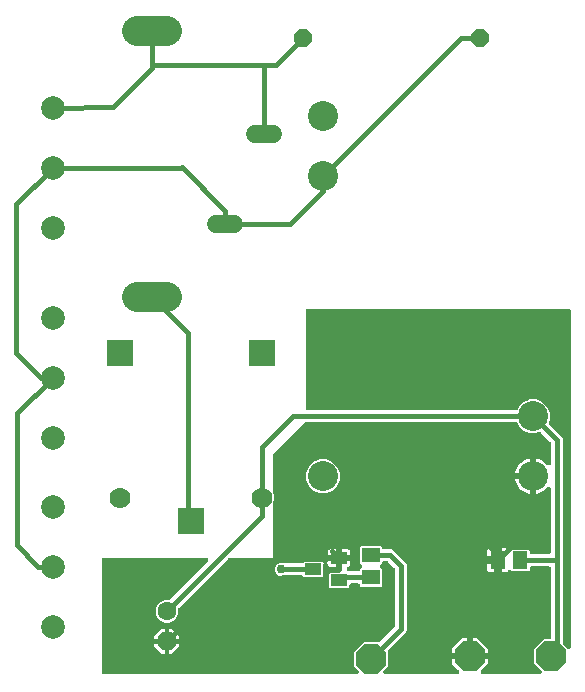
<source format=gbr>
G04 EAGLE Gerber RS-274X export*
G75*
%MOMM*%
%FSLAX34Y34*%
%LPD*%
%INTop Copper*%
%IPPOS*%
%AMOC8*
5,1,8,0,0,1.08239X$1,22.5*%
G01*
%ADD10P,1.649562X8X202.500000*%
%ADD11C,2.000000*%
%ADD12C,2.540000*%
%ADD13C,1.524000*%
%ADD14C,2.540000*%
%ADD15R,2.184400X2.184400*%
%ADD16C,1.778000*%
%ADD17R,1.400000X1.000000*%
%ADD18R,1.500000X1.300000*%
%ADD19P,2.749271X8X22.500000*%
%ADD20P,1.732040X8X292.500000*%
%ADD21C,1.600200*%
%ADD22R,1.300000X1.500000*%
%ADD23C,0.406400*%
%ADD24C,0.304800*%
%ADD25C,0.756400*%

G36*
X300107Y10162D02*
X300107Y10162D01*
X300116Y10161D01*
X300308Y10182D01*
X300499Y10201D01*
X300508Y10203D01*
X300517Y10204D01*
X300699Y10262D01*
X300884Y10319D01*
X300892Y10323D01*
X300901Y10326D01*
X301069Y10419D01*
X301238Y10511D01*
X301245Y10516D01*
X301253Y10521D01*
X301400Y10645D01*
X301547Y10768D01*
X301553Y10775D01*
X301560Y10781D01*
X301679Y10932D01*
X301800Y11082D01*
X301804Y11090D01*
X301809Y11097D01*
X301897Y11270D01*
X301985Y11439D01*
X301988Y11448D01*
X301992Y11456D01*
X302044Y11642D01*
X302097Y11826D01*
X302097Y11835D01*
X302100Y11844D01*
X302114Y12037D01*
X302130Y12228D01*
X302129Y12236D01*
X302129Y12245D01*
X302105Y12438D01*
X302083Y12627D01*
X302080Y12636D01*
X302079Y12645D01*
X302017Y12828D01*
X301958Y13010D01*
X301953Y13018D01*
X301951Y13026D01*
X301854Y13193D01*
X301760Y13361D01*
X301754Y13368D01*
X301750Y13375D01*
X301535Y13628D01*
X298195Y16968D01*
X298195Y28752D01*
X306528Y37085D01*
X318618Y37085D01*
X318645Y37087D01*
X318671Y37085D01*
X318845Y37107D01*
X319019Y37125D01*
X319044Y37132D01*
X319071Y37136D01*
X319237Y37191D01*
X319404Y37243D01*
X319427Y37256D01*
X319453Y37264D01*
X319604Y37351D01*
X319758Y37435D01*
X319778Y37452D01*
X319801Y37465D01*
X320054Y37680D01*
X332144Y49770D01*
X332161Y49790D01*
X332182Y49808D01*
X332289Y49946D01*
X332399Y50081D01*
X332412Y50105D01*
X332428Y50126D01*
X332506Y50283D01*
X332588Y50437D01*
X332596Y50462D01*
X332608Y50486D01*
X332653Y50656D01*
X332703Y50823D01*
X332705Y50849D01*
X332712Y50875D01*
X332739Y51206D01*
X332739Y98654D01*
X332737Y98681D01*
X332739Y98707D01*
X332717Y98881D01*
X332699Y99055D01*
X332692Y99080D01*
X332688Y99107D01*
X332633Y99272D01*
X332581Y99440D01*
X332568Y99463D01*
X332560Y99489D01*
X332473Y99640D01*
X332389Y99794D01*
X332372Y99814D01*
X332359Y99837D01*
X332144Y100090D01*
X326810Y105424D01*
X326790Y105441D01*
X326772Y105462D01*
X326634Y105569D01*
X326499Y105679D01*
X326475Y105692D01*
X326454Y105708D01*
X326298Y105786D01*
X326143Y105868D01*
X326118Y105876D01*
X326094Y105888D01*
X325924Y105933D01*
X325757Y105983D01*
X325731Y105985D01*
X325705Y105992D01*
X325374Y106019D01*
X323476Y106019D01*
X323458Y106017D01*
X323440Y106019D01*
X323258Y105998D01*
X323075Y105979D01*
X323058Y105974D01*
X323041Y105972D01*
X322866Y105915D01*
X322690Y105861D01*
X322675Y105853D01*
X322658Y105847D01*
X322498Y105757D01*
X322336Y105669D01*
X322323Y105658D01*
X322307Y105649D01*
X322168Y105529D01*
X322027Y105412D01*
X322016Y105398D01*
X322002Y105386D01*
X321890Y105241D01*
X321775Y105098D01*
X321767Y105082D01*
X321756Y105068D01*
X321674Y104903D01*
X321589Y104741D01*
X321584Y104724D01*
X321576Y104708D01*
X321529Y104529D01*
X321478Y104354D01*
X321476Y104336D01*
X321472Y104319D01*
X321445Y103988D01*
X321445Y103968D01*
X320513Y103036D01*
X320501Y103022D01*
X320488Y103011D01*
X320374Y102867D01*
X320258Y102725D01*
X320249Y102709D01*
X320238Y102695D01*
X320155Y102531D01*
X320069Y102369D01*
X320064Y102352D01*
X320056Y102336D01*
X320006Y102159D01*
X319954Y101983D01*
X319953Y101965D01*
X319948Y101948D01*
X319934Y101765D01*
X319918Y101582D01*
X319920Y101564D01*
X319918Y101547D01*
X319941Y101365D01*
X319961Y101182D01*
X319967Y101165D01*
X319969Y101147D01*
X320027Y100973D01*
X320083Y100798D01*
X320091Y100782D01*
X320097Y100766D01*
X320189Y100607D01*
X320277Y100446D01*
X320289Y100432D01*
X320298Y100417D01*
X320513Y100164D01*
X321445Y99232D01*
X321445Y84968D01*
X320552Y84075D01*
X304288Y84075D01*
X303395Y84968D01*
X303395Y84988D01*
X303393Y85006D01*
X303395Y85024D01*
X303374Y85206D01*
X303355Y85389D01*
X303350Y85406D01*
X303348Y85423D01*
X303291Y85598D01*
X303237Y85774D01*
X303229Y85789D01*
X303223Y85806D01*
X303133Y85966D01*
X303045Y86128D01*
X303034Y86141D01*
X303025Y86157D01*
X302905Y86296D01*
X302788Y86437D01*
X302774Y86448D01*
X302762Y86462D01*
X302617Y86574D01*
X302474Y86689D01*
X302458Y86697D01*
X302444Y86708D01*
X302279Y86790D01*
X302117Y86875D01*
X302100Y86880D01*
X302084Y86888D01*
X301905Y86935D01*
X301730Y86986D01*
X301712Y86988D01*
X301695Y86992D01*
X301364Y87019D01*
X295876Y87019D01*
X295858Y87017D01*
X295840Y87019D01*
X295658Y86998D01*
X295475Y86979D01*
X295458Y86974D01*
X295441Y86972D01*
X295266Y86915D01*
X295090Y86861D01*
X295075Y86853D01*
X295058Y86847D01*
X294898Y86757D01*
X294736Y86669D01*
X294723Y86658D01*
X294707Y86649D01*
X294568Y86529D01*
X294427Y86412D01*
X294416Y86398D01*
X294402Y86386D01*
X294290Y86241D01*
X294175Y86098D01*
X294167Y86082D01*
X294156Y86068D01*
X294074Y85903D01*
X293989Y85741D01*
X293984Y85724D01*
X293976Y85708D01*
X293929Y85529D01*
X293878Y85354D01*
X293876Y85336D01*
X293872Y85319D01*
X293845Y84988D01*
X293845Y83928D01*
X292952Y83035D01*
X277688Y83035D01*
X276795Y83928D01*
X276795Y95192D01*
X277688Y96085D01*
X283818Y96085D01*
X283845Y96087D01*
X283871Y96085D01*
X284045Y96107D01*
X284219Y96125D01*
X284244Y96132D01*
X284271Y96136D01*
X284437Y96191D01*
X284604Y96243D01*
X284627Y96256D01*
X284653Y96264D01*
X284694Y96288D01*
X286682Y97111D01*
X286686Y97113D01*
X286690Y97115D01*
X286862Y97208D01*
X287037Y97302D01*
X287040Y97304D01*
X287044Y97307D01*
X287193Y97431D01*
X287347Y97558D01*
X287350Y97561D01*
X287353Y97564D01*
X287476Y97717D01*
X287601Y97871D01*
X287603Y97875D01*
X287606Y97878D01*
X287696Y98052D01*
X287788Y98227D01*
X287789Y98231D01*
X287791Y98235D01*
X287845Y98422D01*
X287901Y98614D01*
X287901Y98618D01*
X287903Y98622D01*
X287919Y98820D01*
X287936Y99015D01*
X287935Y99019D01*
X287936Y99024D01*
X287912Y99221D01*
X287891Y99415D01*
X287889Y99419D01*
X287889Y99423D01*
X287827Y99612D01*
X287819Y99637D01*
X287819Y106061D01*
X294861Y106061D01*
X294861Y103225D01*
X294688Y102579D01*
X294353Y102000D01*
X293880Y101527D01*
X293301Y101192D01*
X293232Y101174D01*
X293104Y101126D01*
X292972Y101085D01*
X292916Y101055D01*
X292855Y101032D01*
X292739Y100959D01*
X292618Y100893D01*
X292569Y100852D01*
X292514Y100818D01*
X292414Y100724D01*
X292309Y100636D01*
X292269Y100586D01*
X292222Y100541D01*
X292143Y100429D01*
X292057Y100322D01*
X292027Y100265D01*
X291990Y100212D01*
X291934Y100087D01*
X291871Y99965D01*
X291853Y99903D01*
X291827Y99844D01*
X291798Y99710D01*
X291760Y99578D01*
X291754Y99513D01*
X291741Y99451D01*
X291738Y99314D01*
X291727Y99176D01*
X291734Y99112D01*
X291733Y99048D01*
X291758Y98913D01*
X291774Y98777D01*
X291794Y98715D01*
X291805Y98652D01*
X291856Y98525D01*
X291899Y98394D01*
X291930Y98338D01*
X291954Y98278D01*
X292029Y98163D01*
X292096Y98043D01*
X292139Y97995D01*
X292174Y97941D01*
X292270Y97842D01*
X292360Y97738D01*
X292410Y97699D01*
X292456Y97653D01*
X292569Y97576D01*
X292678Y97492D01*
X292735Y97463D01*
X292789Y97427D01*
X292915Y97374D01*
X293038Y97312D01*
X293100Y97296D01*
X293160Y97271D01*
X293294Y97244D01*
X293427Y97208D01*
X293501Y97202D01*
X293554Y97191D01*
X293634Y97191D01*
X293758Y97181D01*
X301364Y97181D01*
X301382Y97183D01*
X301400Y97181D01*
X301582Y97202D01*
X301765Y97221D01*
X301782Y97226D01*
X301799Y97228D01*
X301974Y97285D01*
X302150Y97339D01*
X302165Y97347D01*
X302182Y97353D01*
X302342Y97443D01*
X302504Y97531D01*
X302517Y97542D01*
X302533Y97551D01*
X302672Y97671D01*
X302813Y97788D01*
X302824Y97802D01*
X302838Y97814D01*
X302950Y97959D01*
X303065Y98102D01*
X303073Y98118D01*
X303084Y98132D01*
X303166Y98297D01*
X303251Y98459D01*
X303256Y98476D01*
X303264Y98492D01*
X303311Y98671D01*
X303362Y98846D01*
X303364Y98864D01*
X303368Y98881D01*
X303395Y99212D01*
X303395Y99232D01*
X304327Y100164D01*
X304339Y100177D01*
X304352Y100189D01*
X304467Y100334D01*
X304582Y100475D01*
X304591Y100491D01*
X304602Y100505D01*
X304685Y100669D01*
X304771Y100831D01*
X304776Y100848D01*
X304784Y100864D01*
X304834Y101041D01*
X304886Y101217D01*
X304887Y101235D01*
X304892Y101252D01*
X304906Y101435D01*
X304922Y101618D01*
X304920Y101636D01*
X304922Y101653D01*
X304899Y101835D01*
X304879Y102018D01*
X304873Y102035D01*
X304871Y102053D01*
X304813Y102226D01*
X304757Y102402D01*
X304749Y102418D01*
X304743Y102434D01*
X304652Y102593D01*
X304563Y102754D01*
X304551Y102768D01*
X304542Y102783D01*
X304327Y103036D01*
X303395Y103968D01*
X303395Y118232D01*
X304288Y119125D01*
X320552Y119125D01*
X321445Y118232D01*
X321445Y118212D01*
X321447Y118194D01*
X321445Y118176D01*
X321466Y117994D01*
X321485Y117811D01*
X321490Y117794D01*
X321492Y117777D01*
X321549Y117602D01*
X321603Y117426D01*
X321611Y117411D01*
X321617Y117394D01*
X321707Y117234D01*
X321795Y117072D01*
X321806Y117059D01*
X321815Y117043D01*
X321935Y116904D01*
X322052Y116763D01*
X322066Y116752D01*
X322078Y116738D01*
X322223Y116626D01*
X322366Y116511D01*
X322382Y116503D01*
X322396Y116492D01*
X322561Y116410D01*
X322723Y116325D01*
X322740Y116320D01*
X322756Y116312D01*
X322935Y116265D01*
X323110Y116214D01*
X323128Y116212D01*
X323145Y116208D01*
X323476Y116181D01*
X329331Y116181D01*
X331198Y115407D01*
X332913Y113692D01*
X342127Y104478D01*
X342901Y102611D01*
X342901Y47249D01*
X342127Y45382D01*
X327240Y30494D01*
X327223Y30474D01*
X327202Y30456D01*
X327095Y30318D01*
X326985Y30183D01*
X326972Y30159D01*
X326956Y30138D01*
X326878Y29981D01*
X326796Y29827D01*
X326788Y29802D01*
X326776Y29778D01*
X326731Y29608D01*
X326681Y29441D01*
X326679Y29415D01*
X326672Y29389D01*
X326645Y29058D01*
X326645Y16968D01*
X323305Y13628D01*
X323299Y13621D01*
X323293Y13616D01*
X323172Y13466D01*
X323050Y13317D01*
X323046Y13309D01*
X323040Y13302D01*
X322952Y13132D01*
X322861Y12961D01*
X322859Y12952D01*
X322855Y12945D01*
X322802Y12760D01*
X322747Y12575D01*
X322746Y12566D01*
X322743Y12558D01*
X322728Y12367D01*
X322710Y12174D01*
X322711Y12165D01*
X322710Y12156D01*
X322733Y11967D01*
X322754Y11774D01*
X322756Y11765D01*
X322757Y11757D01*
X322817Y11575D01*
X322875Y11390D01*
X322879Y11382D01*
X322882Y11374D01*
X322977Y11205D01*
X323070Y11038D01*
X323076Y11031D01*
X323080Y11023D01*
X323206Y10877D01*
X323330Y10731D01*
X323337Y10725D01*
X323343Y10718D01*
X323495Y10601D01*
X323646Y10481D01*
X323654Y10477D01*
X323661Y10472D01*
X323833Y10386D01*
X324005Y10299D01*
X324014Y10296D01*
X324022Y10292D01*
X324208Y10242D01*
X324393Y10191D01*
X324402Y10190D01*
X324411Y10188D01*
X324741Y10161D01*
X385022Y10161D01*
X385031Y10162D01*
X385040Y10161D01*
X385231Y10182D01*
X385422Y10201D01*
X385431Y10203D01*
X385440Y10204D01*
X385622Y10262D01*
X385807Y10319D01*
X385815Y10323D01*
X385824Y10326D01*
X385992Y10419D01*
X386161Y10511D01*
X386168Y10516D01*
X386176Y10521D01*
X386323Y10645D01*
X386471Y10768D01*
X386476Y10775D01*
X386483Y10781D01*
X386602Y10932D01*
X386723Y11082D01*
X386727Y11090D01*
X386733Y11097D01*
X386820Y11270D01*
X386908Y11439D01*
X386911Y11448D01*
X386915Y11456D01*
X386967Y11642D01*
X387020Y11826D01*
X387021Y11835D01*
X387023Y11844D01*
X387037Y12037D01*
X387053Y12228D01*
X387052Y12236D01*
X387052Y12245D01*
X387028Y12438D01*
X387006Y12627D01*
X387003Y12636D01*
X387002Y12645D01*
X386941Y12828D01*
X386881Y13010D01*
X386877Y13018D01*
X386874Y13026D01*
X386778Y13193D01*
X386683Y13361D01*
X386677Y13368D01*
X386673Y13375D01*
X386458Y13628D01*
X380999Y19087D01*
X380999Y22861D01*
X395732Y22861D01*
X395750Y22862D01*
X395767Y22861D01*
X395950Y22882D01*
X396132Y22901D01*
X396149Y22906D01*
X396167Y22908D01*
X396245Y22933D01*
X396382Y22894D01*
X396400Y22892D01*
X396417Y22888D01*
X396748Y22861D01*
X411481Y22861D01*
X411481Y19087D01*
X406022Y13628D01*
X406016Y13621D01*
X406009Y13616D01*
X405889Y13466D01*
X405767Y13317D01*
X405763Y13309D01*
X405757Y13302D01*
X405669Y13132D01*
X405578Y12961D01*
X405576Y12952D01*
X405572Y12945D01*
X405518Y12760D01*
X405463Y12575D01*
X405463Y12566D01*
X405460Y12558D01*
X405445Y12366D01*
X405427Y12174D01*
X405428Y12165D01*
X405427Y12156D01*
X405449Y11967D01*
X405470Y11774D01*
X405473Y11765D01*
X405474Y11757D01*
X405534Y11575D01*
X405592Y11390D01*
X405596Y11382D01*
X405599Y11374D01*
X405694Y11205D01*
X405787Y11038D01*
X405793Y11031D01*
X405797Y11023D01*
X405923Y10877D01*
X406047Y10731D01*
X406054Y10725D01*
X406060Y10718D01*
X406212Y10601D01*
X406363Y10481D01*
X406371Y10477D01*
X406378Y10472D01*
X406550Y10386D01*
X406722Y10299D01*
X406731Y10296D01*
X406739Y10292D01*
X406925Y10242D01*
X407110Y10191D01*
X407119Y10190D01*
X407128Y10188D01*
X407458Y10161D01*
X455039Y10161D01*
X455047Y10162D01*
X455056Y10161D01*
X455250Y10182D01*
X455439Y10201D01*
X455448Y10203D01*
X455457Y10204D01*
X455641Y10262D01*
X455824Y10319D01*
X455832Y10323D01*
X455841Y10326D01*
X456009Y10419D01*
X456178Y10511D01*
X456185Y10516D01*
X456193Y10521D01*
X456340Y10645D01*
X456487Y10768D01*
X456493Y10775D01*
X456500Y10781D01*
X456619Y10932D01*
X456740Y11082D01*
X456744Y11090D01*
X456749Y11097D01*
X456837Y11270D01*
X456925Y11439D01*
X456928Y11448D01*
X456932Y11456D01*
X456984Y11642D01*
X457037Y11826D01*
X457037Y11835D01*
X457040Y11844D01*
X457054Y12037D01*
X457070Y12228D01*
X457069Y12236D01*
X457069Y12245D01*
X457045Y12438D01*
X457023Y12627D01*
X457020Y12636D01*
X457019Y12645D01*
X456957Y12828D01*
X456898Y13010D01*
X456893Y13018D01*
X456891Y13026D01*
X456794Y13193D01*
X456700Y13361D01*
X456694Y13368D01*
X456690Y13375D01*
X456475Y13628D01*
X450595Y19508D01*
X450595Y31292D01*
X458928Y39625D01*
X462788Y39625D01*
X462806Y39627D01*
X462824Y39625D01*
X463006Y39646D01*
X463189Y39665D01*
X463206Y39670D01*
X463223Y39672D01*
X463398Y39729D01*
X463574Y39783D01*
X463589Y39791D01*
X463606Y39797D01*
X463766Y39887D01*
X463928Y39975D01*
X463941Y39986D01*
X463957Y39995D01*
X464096Y40115D01*
X464237Y40232D01*
X464248Y40246D01*
X464262Y40258D01*
X464374Y40403D01*
X464489Y40546D01*
X464497Y40562D01*
X464508Y40576D01*
X464590Y40741D01*
X464675Y40903D01*
X464680Y40920D01*
X464688Y40936D01*
X464735Y41115D01*
X464786Y41290D01*
X464788Y41308D01*
X464792Y41325D01*
X464819Y41656D01*
X464819Y99568D01*
X464817Y99586D01*
X464819Y99604D01*
X464798Y99786D01*
X464779Y99969D01*
X464774Y99986D01*
X464772Y100003D01*
X464715Y100178D01*
X464661Y100354D01*
X464653Y100369D01*
X464647Y100386D01*
X464557Y100546D01*
X464469Y100708D01*
X464458Y100721D01*
X464449Y100737D01*
X464329Y100876D01*
X464212Y101017D01*
X464198Y101028D01*
X464186Y101042D01*
X464041Y101154D01*
X463898Y101269D01*
X463882Y101277D01*
X463868Y101288D01*
X463703Y101370D01*
X463541Y101455D01*
X463524Y101460D01*
X463508Y101468D01*
X463329Y101515D01*
X463154Y101566D01*
X463136Y101568D01*
X463119Y101572D01*
X462788Y101599D01*
X448816Y101599D01*
X448798Y101597D01*
X448780Y101599D01*
X448598Y101578D01*
X448415Y101559D01*
X448398Y101554D01*
X448381Y101552D01*
X448206Y101495D01*
X448030Y101441D01*
X448015Y101433D01*
X447998Y101427D01*
X447838Y101337D01*
X447676Y101249D01*
X447663Y101238D01*
X447647Y101229D01*
X447508Y101109D01*
X447367Y100992D01*
X447356Y100978D01*
X447342Y100966D01*
X447230Y100821D01*
X447115Y100678D01*
X447107Y100662D01*
X447096Y100648D01*
X447014Y100483D01*
X446929Y100321D01*
X446924Y100304D01*
X446916Y100288D01*
X446869Y100109D01*
X446818Y99934D01*
X446816Y99916D01*
X446812Y99899D01*
X446785Y99568D01*
X446785Y98548D01*
X445892Y97655D01*
X431628Y97655D01*
X431399Y97885D01*
X431335Y97937D01*
X431278Y97996D01*
X431180Y98064D01*
X431087Y98140D01*
X431015Y98179D01*
X430947Y98225D01*
X430837Y98273D01*
X430731Y98329D01*
X430653Y98352D01*
X430577Y98385D01*
X430460Y98409D01*
X430346Y98443D01*
X430263Y98451D01*
X430183Y98468D01*
X430064Y98469D01*
X429945Y98480D01*
X429863Y98471D01*
X429780Y98472D01*
X429663Y98449D01*
X429544Y98436D01*
X429466Y98412D01*
X429385Y98396D01*
X429274Y98351D01*
X429160Y98315D01*
X429088Y98275D01*
X429012Y98244D01*
X428913Y98178D01*
X428808Y98120D01*
X428745Y98067D01*
X428677Y98021D01*
X428592Y97937D01*
X428501Y97860D01*
X428450Y97795D01*
X428392Y97737D01*
X428351Y97678D01*
X427820Y97147D01*
X427241Y96812D01*
X426595Y96639D01*
X423009Y96639D01*
X423009Y105462D01*
X423007Y105480D01*
X423009Y105497D01*
X422988Y105680D01*
X422969Y105862D01*
X422964Y105879D01*
X422962Y105897D01*
X422905Y106072D01*
X422851Y106247D01*
X422843Y106263D01*
X422837Y106280D01*
X422747Y106440D01*
X422659Y106601D01*
X422648Y106615D01*
X422639Y106631D01*
X422594Y106683D01*
X422679Y106788D01*
X422687Y106804D01*
X422698Y106818D01*
X422780Y106983D01*
X422865Y107146D01*
X422870Y107163D01*
X422878Y107179D01*
X422925Y107357D01*
X422976Y107532D01*
X422978Y107550D01*
X422982Y107567D01*
X423009Y107898D01*
X423009Y116721D01*
X426595Y116721D01*
X427241Y116548D01*
X427820Y116213D01*
X428371Y115662D01*
X428438Y115569D01*
X428498Y115513D01*
X428551Y115450D01*
X428645Y115376D01*
X428733Y115295D01*
X428803Y115252D01*
X428867Y115200D01*
X428974Y115146D01*
X429076Y115084D01*
X429153Y115055D01*
X429226Y115018D01*
X429342Y114986D01*
X429453Y114945D01*
X429535Y114932D01*
X429614Y114910D01*
X429733Y114901D01*
X429851Y114883D01*
X429934Y114887D01*
X430016Y114881D01*
X430134Y114896D01*
X430254Y114901D01*
X430333Y114921D01*
X430415Y114931D01*
X430528Y114969D01*
X430644Y114998D01*
X430719Y115033D01*
X430797Y115059D01*
X430900Y115119D01*
X431008Y115170D01*
X431074Y115219D01*
X431146Y115260D01*
X431262Y115359D01*
X431331Y115411D01*
X431358Y115441D01*
X431399Y115475D01*
X431628Y115705D01*
X445892Y115705D01*
X446785Y114812D01*
X446785Y113792D01*
X446787Y113774D01*
X446785Y113756D01*
X446806Y113574D01*
X446825Y113391D01*
X446830Y113374D01*
X446832Y113357D01*
X446889Y113182D01*
X446943Y113006D01*
X446951Y112991D01*
X446957Y112974D01*
X447047Y112814D01*
X447135Y112652D01*
X447146Y112639D01*
X447155Y112623D01*
X447275Y112484D01*
X447392Y112343D01*
X447406Y112332D01*
X447418Y112318D01*
X447563Y112206D01*
X447706Y112091D01*
X447722Y112083D01*
X447736Y112072D01*
X447901Y111990D01*
X448063Y111905D01*
X448080Y111900D01*
X448096Y111892D01*
X448275Y111845D01*
X448450Y111794D01*
X448468Y111792D01*
X448485Y111788D01*
X448816Y111761D01*
X462788Y111761D01*
X462806Y111763D01*
X462824Y111761D01*
X463006Y111782D01*
X463189Y111801D01*
X463206Y111806D01*
X463223Y111808D01*
X463398Y111865D01*
X463574Y111919D01*
X463589Y111927D01*
X463606Y111933D01*
X463766Y112023D01*
X463928Y112111D01*
X463941Y112122D01*
X463957Y112131D01*
X464096Y112251D01*
X464237Y112368D01*
X464248Y112382D01*
X464262Y112394D01*
X464374Y112539D01*
X464489Y112682D01*
X464497Y112698D01*
X464508Y112712D01*
X464590Y112877D01*
X464675Y113039D01*
X464680Y113056D01*
X464688Y113072D01*
X464735Y113251D01*
X464786Y113426D01*
X464788Y113444D01*
X464792Y113461D01*
X464819Y113792D01*
X464819Y166641D01*
X464805Y166782D01*
X464799Y166924D01*
X464785Y166982D01*
X464779Y167041D01*
X464738Y167177D01*
X464704Y167315D01*
X464679Y167369D01*
X464661Y167426D01*
X464594Y167551D01*
X464534Y167679D01*
X464498Y167728D01*
X464469Y167780D01*
X464379Y167889D01*
X464294Y168003D01*
X464250Y168043D01*
X464212Y168090D01*
X464101Y168178D01*
X463996Y168274D01*
X463945Y168304D01*
X463898Y168342D01*
X463772Y168407D01*
X463650Y168480D01*
X463594Y168500D01*
X463541Y168527D01*
X463404Y168567D01*
X463271Y168614D01*
X463211Y168622D01*
X463154Y168639D01*
X463012Y168650D01*
X462872Y168670D01*
X462812Y168667D01*
X462752Y168672D01*
X462611Y168655D01*
X462470Y168647D01*
X462412Y168632D01*
X462353Y168625D01*
X462218Y168581D01*
X462081Y168545D01*
X462027Y168518D01*
X461970Y168500D01*
X461846Y168430D01*
X461719Y168368D01*
X461671Y168331D01*
X461619Y168302D01*
X461512Y168209D01*
X461399Y168123D01*
X461353Y168072D01*
X461315Y168039D01*
X461264Y167974D01*
X461176Y167877D01*
X461063Y167729D01*
X459651Y166317D01*
X458065Y165101D01*
X456335Y164102D01*
X454490Y163337D01*
X452560Y162820D01*
X452079Y162757D01*
X452079Y177332D01*
X452077Y177350D01*
X452079Y177367D01*
X452058Y177548D01*
X452039Y177732D01*
X452034Y177749D01*
X452032Y177767D01*
X452019Y177808D01*
X452046Y177902D01*
X452048Y177920D01*
X452052Y177937D01*
X452079Y178268D01*
X452079Y192843D01*
X452560Y192780D01*
X454490Y192263D01*
X456335Y191498D01*
X458065Y190499D01*
X459651Y189283D01*
X461063Y187871D01*
X461176Y187723D01*
X461274Y187619D01*
X461364Y187510D01*
X461411Y187473D01*
X461452Y187429D01*
X461568Y187347D01*
X461678Y187258D01*
X461731Y187231D01*
X461780Y187196D01*
X461910Y187138D01*
X462035Y187073D01*
X462093Y187056D01*
X462148Y187032D01*
X462286Y187000D01*
X462422Y186961D01*
X462482Y186956D01*
X462540Y186943D01*
X462682Y186940D01*
X462824Y186928D01*
X462883Y186935D01*
X462943Y186934D01*
X463083Y186959D01*
X463223Y186975D01*
X463280Y186994D01*
X463339Y187004D01*
X463471Y187056D01*
X463606Y187100D01*
X463658Y187130D01*
X463714Y187151D01*
X463833Y187228D01*
X463957Y187298D01*
X464002Y187337D01*
X464052Y187370D01*
X464154Y187468D01*
X464262Y187561D01*
X464298Y187608D01*
X464341Y187650D01*
X464421Y187767D01*
X464508Y187879D01*
X464535Y187933D01*
X464569Y187982D01*
X464624Y188113D01*
X464688Y188240D01*
X464703Y188298D01*
X464727Y188353D01*
X464755Y188491D01*
X464792Y188629D01*
X464798Y188697D01*
X464808Y188747D01*
X464809Y188829D01*
X464819Y188959D01*
X464819Y205334D01*
X464817Y205361D01*
X464819Y205387D01*
X464797Y205561D01*
X464779Y205735D01*
X464772Y205760D01*
X464768Y205787D01*
X464713Y205953D01*
X464661Y206120D01*
X464648Y206143D01*
X464640Y206169D01*
X464553Y206320D01*
X464469Y206474D01*
X464452Y206494D01*
X464439Y206517D01*
X464224Y206770D01*
X456346Y214649D01*
X456329Y214663D01*
X456314Y214680D01*
X456173Y214790D01*
X456035Y214904D01*
X456015Y214914D01*
X455997Y214928D01*
X455837Y215009D01*
X455679Y215092D01*
X455658Y215099D01*
X455638Y215109D01*
X455465Y215156D01*
X455293Y215207D01*
X455271Y215209D01*
X455249Y215215D01*
X455070Y215227D01*
X454892Y215244D01*
X454870Y215241D01*
X454848Y215243D01*
X454670Y215219D01*
X454492Y215200D01*
X454470Y215193D01*
X454448Y215190D01*
X454132Y215089D01*
X452409Y214375D01*
X446750Y214375D01*
X441522Y216541D01*
X437521Y220542D01*
X436807Y222265D01*
X436797Y222285D01*
X436790Y222306D01*
X436702Y222462D01*
X436617Y222620D01*
X436603Y222637D01*
X436592Y222657D01*
X436475Y222792D01*
X436361Y222931D01*
X436343Y222945D01*
X436329Y222962D01*
X436187Y223071D01*
X436048Y223184D01*
X436028Y223195D01*
X436011Y223208D01*
X435850Y223288D01*
X435691Y223371D01*
X435670Y223378D01*
X435650Y223388D01*
X435476Y223434D01*
X435305Y223484D01*
X435283Y223486D01*
X435261Y223492D01*
X434931Y223519D01*
X257048Y223519D01*
X257021Y223517D01*
X256995Y223519D01*
X256821Y223497D01*
X256647Y223479D01*
X256622Y223472D01*
X256595Y223468D01*
X256430Y223413D01*
X256262Y223361D01*
X256239Y223348D01*
X256214Y223340D01*
X256062Y223253D01*
X255908Y223169D01*
X255888Y223152D01*
X255865Y223139D01*
X255612Y222924D01*
X229704Y197016D01*
X229687Y196996D01*
X229667Y196978D01*
X229559Y196840D01*
X229449Y196705D01*
X229436Y196681D01*
X229420Y196660D01*
X229342Y196503D01*
X229260Y196349D01*
X229252Y196324D01*
X229240Y196300D01*
X229195Y196130D01*
X229145Y195963D01*
X229143Y195937D01*
X229136Y195911D01*
X229109Y195580D01*
X229109Y165497D01*
X229112Y165466D01*
X229110Y165435D01*
X229132Y165265D01*
X229149Y165096D01*
X229158Y165066D01*
X229162Y165035D01*
X229263Y164720D01*
X230435Y161892D01*
X230435Y157748D01*
X229263Y154920D01*
X229254Y154891D01*
X229240Y154863D01*
X229196Y154698D01*
X229147Y154535D01*
X229144Y154504D01*
X229136Y154474D01*
X229109Y154143D01*
X229109Y108711D01*
X192938Y108711D01*
X192911Y108709D01*
X192885Y108711D01*
X192711Y108689D01*
X192537Y108671D01*
X192512Y108664D01*
X192485Y108660D01*
X192319Y108605D01*
X192152Y108553D01*
X192129Y108540D01*
X192103Y108532D01*
X191952Y108445D01*
X191798Y108361D01*
X191778Y108344D01*
X191755Y108331D01*
X191502Y108116D01*
X149821Y66435D01*
X149817Y66431D01*
X149814Y66428D01*
X149800Y66412D01*
X149783Y66397D01*
X149676Y66259D01*
X149566Y66124D01*
X149553Y66100D01*
X149537Y66079D01*
X149459Y65922D01*
X149377Y65768D01*
X149369Y65743D01*
X149357Y65719D01*
X149312Y65549D01*
X149262Y65382D01*
X149260Y65356D01*
X149253Y65330D01*
X149226Y64999D01*
X149226Y61605D01*
X147776Y58104D01*
X145096Y55424D01*
X143323Y54690D01*
X141595Y53974D01*
X137805Y53974D01*
X134304Y55424D01*
X131624Y58104D01*
X130174Y61605D01*
X130174Y65395D01*
X131624Y68896D01*
X134304Y71576D01*
X137805Y73026D01*
X141199Y73026D01*
X141226Y73028D01*
X141252Y73026D01*
X141426Y73048D01*
X141600Y73066D01*
X141625Y73073D01*
X141652Y73077D01*
X141818Y73132D01*
X141985Y73184D01*
X142008Y73197D01*
X142034Y73205D01*
X142185Y73292D01*
X142339Y73376D01*
X142359Y73393D01*
X142382Y73406D01*
X142635Y73621D01*
X174258Y105244D01*
X174264Y105251D01*
X174271Y105256D01*
X174391Y105406D01*
X174514Y105555D01*
X174518Y105563D01*
X174523Y105570D01*
X174612Y105741D01*
X174702Y105911D01*
X174705Y105919D01*
X174709Y105927D01*
X174762Y106113D01*
X174817Y106297D01*
X174818Y106306D01*
X174820Y106314D01*
X174836Y106506D01*
X174853Y106698D01*
X174852Y106707D01*
X174853Y106716D01*
X174831Y106905D01*
X174810Y107098D01*
X174807Y107107D01*
X174806Y107115D01*
X174747Y107297D01*
X174688Y107482D01*
X174684Y107490D01*
X174681Y107498D01*
X174586Y107667D01*
X174494Y107834D01*
X174488Y107841D01*
X174483Y107849D01*
X174357Y107995D01*
X174233Y108141D01*
X174226Y108147D01*
X174220Y108154D01*
X174069Y108271D01*
X173917Y108391D01*
X173909Y108395D01*
X173902Y108400D01*
X173730Y108486D01*
X173558Y108573D01*
X173550Y108576D01*
X173542Y108580D01*
X173355Y108630D01*
X173170Y108681D01*
X173161Y108682D01*
X173153Y108684D01*
X172822Y108711D01*
X86360Y108711D01*
X86342Y108709D01*
X86324Y108711D01*
X86142Y108690D01*
X85959Y108671D01*
X85942Y108666D01*
X85925Y108664D01*
X85750Y108607D01*
X85574Y108553D01*
X85559Y108545D01*
X85542Y108539D01*
X85382Y108449D01*
X85220Y108361D01*
X85207Y108350D01*
X85191Y108341D01*
X85052Y108221D01*
X84911Y108104D01*
X84900Y108090D01*
X84887Y108078D01*
X84774Y107933D01*
X84659Y107790D01*
X84651Y107774D01*
X84640Y107760D01*
X84558Y107595D01*
X84473Y107433D01*
X84468Y107416D01*
X84460Y107400D01*
X84413Y107221D01*
X84362Y107046D01*
X84360Y107028D01*
X84356Y107011D01*
X84329Y106680D01*
X84329Y12192D01*
X84331Y12174D01*
X84329Y12156D01*
X84350Y11974D01*
X84369Y11791D01*
X84374Y11774D01*
X84376Y11757D01*
X84433Y11582D01*
X84487Y11406D01*
X84495Y11391D01*
X84501Y11374D01*
X84591Y11214D01*
X84679Y11052D01*
X84690Y11039D01*
X84699Y11023D01*
X84819Y10884D01*
X84936Y10743D01*
X84950Y10732D01*
X84962Y10718D01*
X85107Y10606D01*
X85250Y10491D01*
X85266Y10483D01*
X85280Y10472D01*
X85445Y10390D01*
X85607Y10305D01*
X85624Y10300D01*
X85641Y10292D01*
X85819Y10245D01*
X85994Y10194D01*
X86012Y10192D01*
X86029Y10188D01*
X86360Y10161D01*
X300099Y10161D01*
X300107Y10162D01*
G37*
G36*
X479835Y31371D02*
X479835Y31371D01*
X479844Y31370D01*
X480033Y31393D01*
X480226Y31414D01*
X480235Y31416D01*
X480243Y31417D01*
X480425Y31477D01*
X480610Y31535D01*
X480618Y31539D01*
X480626Y31542D01*
X480795Y31637D01*
X480962Y31730D01*
X480969Y31736D01*
X480977Y31740D01*
X481123Y31866D01*
X481269Y31990D01*
X481275Y31997D01*
X481282Y32003D01*
X481399Y32155D01*
X481519Y32306D01*
X481523Y32314D01*
X481528Y32321D01*
X481614Y32493D01*
X481701Y32665D01*
X481704Y32674D01*
X481708Y32682D01*
X481758Y32868D01*
X481809Y33053D01*
X481810Y33062D01*
X481812Y33071D01*
X481839Y33401D01*
X481839Y317500D01*
X481837Y317518D01*
X481839Y317536D01*
X481818Y317718D01*
X481799Y317901D01*
X481794Y317918D01*
X481792Y317935D01*
X481735Y318110D01*
X481681Y318286D01*
X481673Y318301D01*
X481667Y318318D01*
X481577Y318478D01*
X481489Y318640D01*
X481478Y318653D01*
X481469Y318669D01*
X481349Y318808D01*
X481232Y318949D01*
X481218Y318960D01*
X481206Y318974D01*
X481061Y319086D01*
X480918Y319201D01*
X480902Y319209D01*
X480888Y319220D01*
X480723Y319302D01*
X480561Y319387D01*
X480544Y319392D01*
X480528Y319400D01*
X480349Y319447D01*
X480174Y319498D01*
X480156Y319500D01*
X480139Y319504D01*
X479808Y319531D01*
X259080Y319531D01*
X259062Y319529D01*
X259044Y319531D01*
X258862Y319510D01*
X258679Y319491D01*
X258662Y319486D01*
X258645Y319484D01*
X258470Y319427D01*
X258294Y319373D01*
X258279Y319365D01*
X258262Y319359D01*
X258102Y319269D01*
X257940Y319181D01*
X257927Y319170D01*
X257911Y319161D01*
X257772Y319041D01*
X257631Y318924D01*
X257620Y318910D01*
X257607Y318898D01*
X257494Y318753D01*
X257379Y318610D01*
X257371Y318594D01*
X257360Y318580D01*
X257278Y318415D01*
X257193Y318253D01*
X257188Y318236D01*
X257180Y318220D01*
X257133Y318041D01*
X257082Y317866D01*
X257080Y317848D01*
X257076Y317831D01*
X257049Y317500D01*
X257049Y235712D01*
X257051Y235694D01*
X257049Y235676D01*
X257070Y235494D01*
X257089Y235311D01*
X257094Y235294D01*
X257096Y235277D01*
X257153Y235102D01*
X257207Y234926D01*
X257215Y234911D01*
X257221Y234894D01*
X257311Y234734D01*
X257399Y234572D01*
X257410Y234559D01*
X257419Y234543D01*
X257539Y234404D01*
X257656Y234263D01*
X257670Y234252D01*
X257682Y234238D01*
X257827Y234126D01*
X257970Y234011D01*
X257986Y234003D01*
X258000Y233992D01*
X258165Y233910D01*
X258327Y233825D01*
X258344Y233820D01*
X258361Y233812D01*
X258539Y233765D01*
X258714Y233714D01*
X258732Y233712D01*
X258749Y233708D01*
X259080Y233681D01*
X434931Y233681D01*
X434953Y233683D01*
X434975Y233681D01*
X435152Y233703D01*
X435331Y233721D01*
X435353Y233727D01*
X435375Y233730D01*
X435544Y233786D01*
X435716Y233839D01*
X435736Y233849D01*
X435757Y233856D01*
X435912Y233945D01*
X436070Y234031D01*
X436087Y234045D01*
X436107Y234056D01*
X436242Y234174D01*
X436379Y234288D01*
X436393Y234306D01*
X436410Y234320D01*
X436519Y234462D01*
X436632Y234602D01*
X436642Y234622D01*
X436656Y234640D01*
X436807Y234935D01*
X437521Y236658D01*
X441522Y240659D01*
X444473Y241881D01*
X446750Y242825D01*
X452410Y242825D01*
X457638Y240659D01*
X461639Y236658D01*
X463805Y231430D01*
X463805Y225771D01*
X463091Y224048D01*
X463085Y224026D01*
X463074Y224006D01*
X463026Y223834D01*
X462975Y223662D01*
X462972Y223640D01*
X462966Y223618D01*
X462953Y223439D01*
X462936Y223261D01*
X462939Y223239D01*
X462937Y223217D01*
X462960Y223038D01*
X462978Y222861D01*
X462985Y222840D01*
X462988Y222817D01*
X463045Y222647D01*
X463098Y222476D01*
X463109Y222457D01*
X463116Y222436D01*
X463205Y222280D01*
X463291Y222123D01*
X463305Y222106D01*
X463317Y222087D01*
X463531Y221834D01*
X474207Y211158D01*
X474981Y209291D01*
X474981Y36197D01*
X474983Y36171D01*
X474981Y36144D01*
X475003Y35970D01*
X475021Y35797D01*
X475028Y35771D01*
X475032Y35745D01*
X475087Y35579D01*
X475139Y35412D01*
X475152Y35388D01*
X475160Y35363D01*
X475247Y35211D01*
X475331Y35058D01*
X475348Y35037D01*
X475361Y35014D01*
X475576Y34761D01*
X478372Y31965D01*
X478379Y31959D01*
X478384Y31953D01*
X478534Y31832D01*
X478683Y31710D01*
X478691Y31706D01*
X478698Y31700D01*
X478869Y31611D01*
X479039Y31521D01*
X479047Y31519D01*
X479055Y31515D01*
X479241Y31461D01*
X479425Y31407D01*
X479434Y31406D01*
X479442Y31403D01*
X479634Y31388D01*
X479826Y31370D01*
X479835Y31371D01*
G37*
%LPC*%
G36*
X268950Y163575D02*
X268950Y163575D01*
X263722Y165741D01*
X259721Y169742D01*
X257555Y174970D01*
X257555Y180630D01*
X259721Y185858D01*
X263722Y189859D01*
X268950Y192025D01*
X274610Y192025D01*
X279838Y189859D01*
X283839Y185858D01*
X286005Y180630D01*
X286005Y174970D01*
X283839Y169742D01*
X279838Y165741D01*
X274610Y163575D01*
X268950Y163575D01*
G37*
%LPD*%
%LPC*%
G36*
X255688Y92535D02*
X255688Y92535D01*
X254839Y93384D01*
X254819Y93401D01*
X254801Y93422D01*
X254663Y93529D01*
X254528Y93639D01*
X254504Y93652D01*
X254483Y93668D01*
X254326Y93746D01*
X254172Y93828D01*
X254147Y93836D01*
X254123Y93848D01*
X253953Y93893D01*
X253786Y93943D01*
X253760Y93945D01*
X253734Y93952D01*
X253403Y93979D01*
X238225Y93979D01*
X238194Y93976D01*
X238163Y93978D01*
X237994Y93956D01*
X237825Y93939D01*
X237795Y93930D01*
X237764Y93926D01*
X237448Y93825D01*
X237276Y93753D01*
X235164Y93753D01*
X233214Y94561D01*
X231721Y96054D01*
X230913Y98004D01*
X230913Y100116D01*
X231721Y102066D01*
X233214Y103559D01*
X233690Y103756D01*
X233691Y103756D01*
X235164Y104367D01*
X237276Y104367D01*
X237448Y104295D01*
X237478Y104286D01*
X237506Y104272D01*
X237671Y104228D01*
X237833Y104179D01*
X237864Y104176D01*
X237895Y104168D01*
X238225Y104141D01*
X253403Y104141D01*
X253430Y104143D01*
X253456Y104141D01*
X253630Y104163D01*
X253804Y104181D01*
X253829Y104188D01*
X253856Y104192D01*
X254021Y104247D01*
X254189Y104299D01*
X254212Y104312D01*
X254237Y104320D01*
X254389Y104407D01*
X254543Y104491D01*
X254563Y104508D01*
X254586Y104521D01*
X254839Y104736D01*
X255688Y105585D01*
X270952Y105585D01*
X272312Y104225D01*
X272319Y104219D01*
X272324Y104212D01*
X272474Y104092D01*
X272560Y104021D01*
X272506Y103968D01*
X272402Y103879D01*
X272363Y103828D01*
X272317Y103783D01*
X272240Y103669D01*
X272156Y103561D01*
X272127Y103503D01*
X272091Y103450D01*
X272038Y103323D01*
X271976Y103200D01*
X271960Y103138D01*
X271935Y103079D01*
X271908Y102944D01*
X271872Y102811D01*
X271866Y102738D01*
X271855Y102684D01*
X271855Y102604D01*
X271845Y102481D01*
X271845Y93428D01*
X270952Y92535D01*
X255688Y92535D01*
G37*
%LPD*%
%LPC*%
G36*
X398779Y27939D02*
X398779Y27939D01*
X398779Y40641D01*
X402553Y40641D01*
X411481Y31713D01*
X411481Y27939D01*
X398779Y27939D01*
G37*
%LPD*%
%LPC*%
G36*
X380999Y27939D02*
X380999Y27939D01*
X380999Y31713D01*
X389927Y40641D01*
X393701Y40641D01*
X393701Y27939D01*
X380999Y27939D01*
G37*
%LPD*%
%LPC*%
G36*
X434537Y180299D02*
X434537Y180299D01*
X434600Y180780D01*
X435117Y182710D01*
X435882Y184555D01*
X436881Y186285D01*
X438097Y187871D01*
X439509Y189283D01*
X441095Y190499D01*
X442825Y191498D01*
X444670Y192263D01*
X446600Y192780D01*
X447081Y192843D01*
X447081Y180299D01*
X434537Y180299D01*
G37*
%LPD*%
%LPC*%
G36*
X446600Y162820D02*
X446600Y162820D01*
X444670Y163337D01*
X442825Y164102D01*
X441095Y165101D01*
X439509Y166317D01*
X438097Y167729D01*
X436881Y169315D01*
X435882Y171045D01*
X435117Y172890D01*
X434600Y174820D01*
X434537Y175301D01*
X447081Y175301D01*
X447081Y162757D01*
X446600Y162820D01*
G37*
%LPD*%
%LPC*%
G36*
X141731Y40131D02*
X141731Y40131D01*
X141731Y48642D01*
X144067Y48642D01*
X150242Y42467D01*
X150242Y40131D01*
X141731Y40131D01*
G37*
%LPD*%
%LPC*%
G36*
X129158Y40131D02*
X129158Y40131D01*
X129158Y42467D01*
X135333Y48642D01*
X137669Y48642D01*
X137669Y40131D01*
X129158Y40131D01*
G37*
%LPD*%
%LPC*%
G36*
X141731Y27558D02*
X141731Y27558D01*
X141731Y36069D01*
X150242Y36069D01*
X150242Y33733D01*
X144067Y27558D01*
X141731Y27558D01*
G37*
%LPD*%
%LPC*%
G36*
X135333Y27558D02*
X135333Y27558D01*
X129158Y33733D01*
X129158Y36069D01*
X137669Y36069D01*
X137669Y27558D01*
X135333Y27558D01*
G37*
%LPD*%
%LPC*%
G36*
X410719Y109929D02*
X410719Y109929D01*
X410719Y114515D01*
X410892Y115161D01*
X411227Y115740D01*
X411700Y116213D01*
X412279Y116548D01*
X412925Y116721D01*
X416511Y116721D01*
X416511Y109929D01*
X410719Y109929D01*
G37*
%LPD*%
%LPC*%
G36*
X412925Y96639D02*
X412925Y96639D01*
X412279Y96812D01*
X411700Y97147D01*
X411227Y97620D01*
X410892Y98199D01*
X410719Y98845D01*
X410719Y103431D01*
X416511Y103431D01*
X416511Y96639D01*
X412925Y96639D01*
G37*
%LPD*%
%LPC*%
G36*
X277985Y101019D02*
X277985Y101019D01*
X277339Y101192D01*
X276760Y101527D01*
X276287Y102000D01*
X275952Y102579D01*
X275838Y103006D01*
X275790Y103135D01*
X275749Y103266D01*
X275719Y103323D01*
X275696Y103383D01*
X275623Y103499D01*
X275557Y103620D01*
X275516Y103670D01*
X275482Y103724D01*
X275388Y103824D01*
X275300Y103929D01*
X275250Y103970D01*
X275205Y104016D01*
X275093Y104096D01*
X275059Y104123D01*
X275062Y104125D01*
X275209Y104250D01*
X275215Y104257D01*
X275222Y104263D01*
X275338Y104413D01*
X275459Y104566D01*
X275463Y104574D01*
X275468Y104581D01*
X275554Y104752D01*
X275641Y104925D01*
X275644Y104933D01*
X275648Y104941D01*
X275698Y105127D01*
X275749Y105313D01*
X275750Y105322D01*
X275752Y105330D01*
X275779Y105661D01*
X275779Y106061D01*
X282821Y106061D01*
X282821Y101019D01*
X277985Y101019D01*
G37*
%LPD*%
%LPC*%
G36*
X287819Y111059D02*
X287819Y111059D01*
X287819Y116101D01*
X292655Y116101D01*
X293301Y115928D01*
X293880Y115593D01*
X294353Y115120D01*
X294688Y114541D01*
X294861Y113895D01*
X294861Y111059D01*
X287819Y111059D01*
G37*
%LPD*%
%LPC*%
G36*
X275779Y111059D02*
X275779Y111059D01*
X275779Y113895D01*
X275952Y114541D01*
X276287Y115120D01*
X276760Y115593D01*
X277339Y115928D01*
X277985Y116101D01*
X282821Y116101D01*
X282821Y111059D01*
X275779Y111059D01*
G37*
%LPD*%
D10*
X405130Y548640D03*
X255270Y548640D03*
D11*
X42930Y388409D03*
X42930Y439209D03*
X42930Y490009D03*
X42930Y210609D03*
X42930Y261409D03*
X42930Y312209D03*
X42930Y50589D03*
X42930Y101389D03*
X42930Y152189D03*
D12*
X114300Y554482D02*
X139700Y554482D01*
X139700Y329438D02*
X114300Y329438D01*
D13*
X214630Y467360D02*
X229870Y467360D01*
X196850Y391160D02*
X181610Y391160D01*
D14*
X271780Y482600D03*
X271780Y431800D03*
X271780Y177800D03*
X449580Y177800D03*
X449580Y228600D03*
D15*
X160020Y139820D03*
X220020Y281820D03*
X100020Y281820D03*
D16*
X100020Y159820D03*
X220020Y159820D03*
D17*
X263320Y99060D03*
X285320Y108560D03*
X285320Y89560D03*
D18*
X312420Y92100D03*
X312420Y111100D03*
D19*
X312420Y22860D03*
X464820Y25400D03*
X396240Y25400D03*
D20*
X139700Y38100D03*
D21*
X139700Y63500D03*
D22*
X438760Y106680D03*
X419760Y106680D03*
D23*
X243840Y391160D02*
X189230Y391160D01*
X271780Y419100D02*
X271780Y431800D01*
X271780Y419100D02*
X243840Y391160D01*
X271780Y431800D02*
X388620Y548640D01*
X405130Y548640D01*
X42930Y439209D02*
X12192Y408471D01*
X33231Y261409D02*
X42930Y261409D01*
X12192Y282448D02*
X12192Y408471D01*
X12192Y282448D02*
X33231Y261409D01*
X42930Y261409D02*
X12700Y231179D01*
X12700Y119380D01*
X30691Y101389D01*
X42930Y101389D01*
X42930Y439209D02*
X152189Y439209D01*
X152400Y439420D01*
X189230Y402590D01*
X189230Y391160D01*
X93925Y490165D02*
X42930Y490009D01*
X93925Y490165D02*
X127000Y523240D01*
D24*
X127000Y525780D01*
D23*
X127000Y554482D01*
X127000Y525780D02*
X220980Y525780D01*
D24*
X222250Y524510D01*
D23*
X222250Y467360D01*
X232410Y525780D02*
X255270Y548640D01*
X232410Y525780D02*
X220980Y525780D01*
X157480Y298958D02*
X157480Y142360D01*
X160020Y139820D01*
X157480Y298958D02*
X127000Y329438D01*
D25*
X309880Y292100D03*
D23*
X462280Y292100D01*
D25*
X462280Y292100D03*
D23*
X279580Y114300D02*
X285320Y108560D01*
X285320Y120220D01*
X294640Y129540D01*
X378460Y129540D01*
X401320Y129540D01*
X419760Y111100D01*
X419760Y106680D01*
X428704Y115624D01*
X428704Y115653D01*
X449580Y136529D02*
X449580Y177800D01*
X449580Y136529D02*
X428704Y115653D01*
X396240Y111760D02*
X378460Y129540D01*
X396240Y111760D02*
X396240Y25400D01*
X208280Y106680D02*
X139700Y38100D01*
X208280Y106680D02*
X231140Y106680D01*
X238760Y114300D01*
X238760Y127000D01*
X241300Y129540D01*
X294640Y129540D01*
X464820Y25400D02*
X469900Y30480D01*
X469900Y106680D02*
X469900Y208280D01*
X469900Y106680D02*
X469900Y30480D01*
X469900Y208280D02*
X449580Y228600D01*
X220020Y143820D02*
X139700Y63500D01*
X220020Y143820D02*
X220020Y159820D01*
X220020Y202240D01*
X246380Y228600D01*
X438760Y106680D02*
X469900Y106680D01*
X449580Y228600D02*
X246380Y228600D01*
X263320Y99060D02*
X262470Y98210D01*
D25*
X236220Y99060D03*
D23*
X261620Y99060D01*
X262470Y98210D01*
X287860Y92100D02*
X312420Y92100D01*
X287860Y92100D02*
X285320Y89560D01*
X337820Y48260D02*
X312420Y22860D01*
X337820Y48260D02*
X337820Y101600D01*
X328320Y111100D01*
X312420Y111100D01*
M02*

</source>
